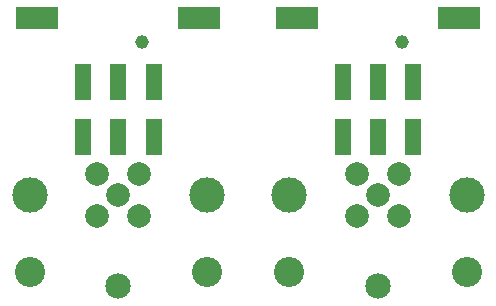
<source format=gbs>
G75*
G70*
%OFA0B0*%
%FSLAX24Y24*%
%IPPOS*%
%LPD*%
%AMOC8*
5,1,8,0,0,1.08239X$1,22.5*
%
%ADD10C,0.0789*%
%ADD11C,0.1182*%
%ADD12C,0.1005*%
%ADD13C,0.0848*%
%ADD14R,0.0580X0.1230*%
%ADD15R,0.1430X0.0730*%
%ADD16C,0.0456*%
D10*
X009248Y002948D03*
X009944Y003644D03*
X010640Y004340D03*
X009248Y004340D03*
X010640Y002948D03*
X017909Y002948D03*
X018605Y003644D03*
X017909Y004340D03*
X019301Y004340D03*
X019301Y002948D03*
D11*
X021558Y003644D03*
X015653Y003644D03*
X012897Y003644D03*
X006991Y003644D03*
D12*
X006991Y001085D03*
X012897Y001085D03*
X015653Y001085D03*
X021558Y001085D03*
D13*
X018605Y000613D03*
X009944Y000613D03*
D14*
X009944Y005573D03*
X008763Y005573D03*
X008763Y007396D03*
X009944Y007396D03*
X011125Y007396D03*
X011125Y005573D03*
X017424Y005573D03*
X018605Y005573D03*
X019786Y005573D03*
X019786Y007396D03*
X018605Y007396D03*
X017424Y007396D03*
D15*
X015895Y009550D03*
X012654Y009550D03*
X007234Y009550D03*
X021315Y009550D03*
D16*
X019393Y008762D03*
X010731Y008762D03*
M02*

</source>
